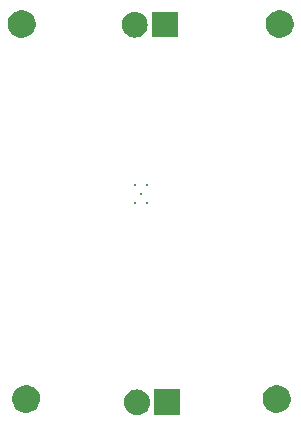
<source format=gbs>
G04 #@! TF.FileFunction,Soldermask,Bot*
%FSLAX46Y46*%
G04 Gerber Fmt 4.6, Leading zero omitted, Abs format (unit mm)*
G04 Created by KiCad (PCBNEW 4.0.5) date Sunday, February 19, 2017 'PMt' 07:14:27 PM*
%MOMM*%
%LPD*%
G01*
G04 APERTURE LIST*
%ADD10C,0.100000*%
G04 APERTURE END LIST*
D10*
G36*
X162246170Y-135729217D02*
X162246175Y-135729219D01*
X162246217Y-135729223D01*
X162449845Y-135792256D01*
X162637350Y-135893640D01*
X162801593Y-136029514D01*
X162936317Y-136194701D01*
X163036389Y-136382910D01*
X163097999Y-136586972D01*
X163118800Y-136799115D01*
X163118800Y-136809685D01*
X163118694Y-136824934D01*
X163094933Y-137036766D01*
X163030480Y-137239948D01*
X162927789Y-137426742D01*
X162790772Y-137590032D01*
X162624649Y-137723599D01*
X162435745Y-137822355D01*
X162231258Y-137882539D01*
X162231217Y-137882543D01*
X162231213Y-137882544D01*
X162018977Y-137901859D01*
X161807030Y-137879583D01*
X161807025Y-137879581D01*
X161806983Y-137879577D01*
X161603355Y-137816544D01*
X161415850Y-137715160D01*
X161251607Y-137579286D01*
X161116883Y-137414099D01*
X161016811Y-137225890D01*
X160955201Y-137021828D01*
X160934400Y-136809685D01*
X160934400Y-136799115D01*
X160934506Y-136783866D01*
X160958267Y-136572034D01*
X161022720Y-136368852D01*
X161125411Y-136182058D01*
X161262428Y-136018768D01*
X161428551Y-135885201D01*
X161617455Y-135786445D01*
X161821942Y-135726261D01*
X161821983Y-135726257D01*
X161821987Y-135726256D01*
X162034223Y-135706941D01*
X162246170Y-135729217D01*
X162246170Y-135729217D01*
G37*
G36*
X165658800Y-137896600D02*
X163474400Y-137896600D01*
X163474400Y-135712200D01*
X165658800Y-135712200D01*
X165658800Y-137896600D01*
X165658800Y-137896600D01*
G37*
G36*
X152777545Y-135349581D02*
X153003491Y-135395962D01*
X153216140Y-135485351D01*
X153407369Y-135614337D01*
X153569903Y-135778009D01*
X153697549Y-135970133D01*
X153785449Y-136183393D01*
X153830183Y-136409318D01*
X153830183Y-136409329D01*
X153830250Y-136409668D01*
X153826571Y-136673130D01*
X153826495Y-136673464D01*
X153826495Y-136673477D01*
X153775469Y-136898066D01*
X153681651Y-137108785D01*
X153548687Y-137297273D01*
X153381646Y-137456345D01*
X153186890Y-137579941D01*
X152971832Y-137663356D01*
X152744676Y-137703410D01*
X152514059Y-137698579D01*
X152288774Y-137649047D01*
X152077400Y-137556700D01*
X151887993Y-137425059D01*
X151727759Y-137259132D01*
X151602806Y-137065242D01*
X151517890Y-136850769D01*
X151476252Y-136623901D01*
X151479472Y-136393257D01*
X151527431Y-136167630D01*
X151618298Y-135955619D01*
X151748617Y-135765293D01*
X151913420Y-135603906D01*
X152106434Y-135477602D01*
X152320304Y-135391192D01*
X152546880Y-135347971D01*
X152777545Y-135349581D01*
X152777545Y-135349581D01*
G37*
G36*
X173986545Y-135349581D02*
X174212491Y-135395962D01*
X174425140Y-135485351D01*
X174616369Y-135614337D01*
X174778903Y-135778009D01*
X174906549Y-135970133D01*
X174994449Y-136183393D01*
X175039183Y-136409318D01*
X175039183Y-136409329D01*
X175039250Y-136409668D01*
X175035571Y-136673130D01*
X175035495Y-136673464D01*
X175035495Y-136673477D01*
X174984469Y-136898066D01*
X174890651Y-137108785D01*
X174757687Y-137297273D01*
X174590646Y-137456345D01*
X174395890Y-137579941D01*
X174180832Y-137663356D01*
X173953676Y-137703410D01*
X173723059Y-137698579D01*
X173497774Y-137649047D01*
X173286400Y-137556700D01*
X173096993Y-137425059D01*
X172936759Y-137259132D01*
X172811806Y-137065242D01*
X172726890Y-136850769D01*
X172685252Y-136623901D01*
X172688472Y-136393257D01*
X172736431Y-136167630D01*
X172827298Y-135955619D01*
X172957617Y-135765293D01*
X173122420Y-135603906D01*
X173315434Y-135477602D01*
X173529304Y-135391192D01*
X173755880Y-135347971D01*
X173986545Y-135349581D01*
X173986545Y-135349581D01*
G37*
G36*
X161896202Y-119807064D02*
X161915406Y-119811007D01*
X161933490Y-119818608D01*
X161949747Y-119829574D01*
X161963567Y-119843491D01*
X161974419Y-119859824D01*
X161981892Y-119877956D01*
X161985632Y-119896844D01*
X161985632Y-119896855D01*
X161985699Y-119897194D01*
X161985387Y-119919594D01*
X161985310Y-119919932D01*
X161985310Y-119919941D01*
X161981043Y-119938719D01*
X161973067Y-119956636D01*
X161961764Y-119972658D01*
X161947558Y-119986186D01*
X161931001Y-119996693D01*
X161912718Y-120003785D01*
X161893406Y-120007190D01*
X161873795Y-120006779D01*
X161854643Y-120002569D01*
X161836674Y-119994718D01*
X161820569Y-119983525D01*
X161806942Y-119969414D01*
X161796323Y-119952935D01*
X161789100Y-119934693D01*
X161785561Y-119915410D01*
X161785834Y-119895801D01*
X161789913Y-119876614D01*
X161797638Y-119858591D01*
X161808718Y-119842408D01*
X161822728Y-119828689D01*
X161839140Y-119817950D01*
X161857328Y-119810601D01*
X161876584Y-119806928D01*
X161896202Y-119807064D01*
X161896202Y-119807064D01*
G37*
G36*
X162896202Y-119807064D02*
X162915406Y-119811007D01*
X162933490Y-119818608D01*
X162949747Y-119829574D01*
X162963567Y-119843491D01*
X162974419Y-119859824D01*
X162981892Y-119877956D01*
X162985632Y-119896844D01*
X162985632Y-119896855D01*
X162985699Y-119897194D01*
X162985387Y-119919594D01*
X162985310Y-119919932D01*
X162985310Y-119919941D01*
X162981043Y-119938719D01*
X162973067Y-119956636D01*
X162961764Y-119972658D01*
X162947558Y-119986186D01*
X162931001Y-119996693D01*
X162912718Y-120003785D01*
X162893406Y-120007190D01*
X162873795Y-120006779D01*
X162854643Y-120002569D01*
X162836674Y-119994718D01*
X162820569Y-119983525D01*
X162806942Y-119969414D01*
X162796323Y-119952935D01*
X162789100Y-119934693D01*
X162785561Y-119915410D01*
X162785834Y-119895801D01*
X162789913Y-119876614D01*
X162797638Y-119858591D01*
X162808718Y-119842408D01*
X162822728Y-119828689D01*
X162839140Y-119817950D01*
X162857328Y-119810601D01*
X162876584Y-119806928D01*
X162896202Y-119807064D01*
X162896202Y-119807064D01*
G37*
G36*
X162396202Y-119057064D02*
X162415406Y-119061007D01*
X162433490Y-119068608D01*
X162449747Y-119079574D01*
X162463567Y-119093491D01*
X162474419Y-119109824D01*
X162481892Y-119127956D01*
X162485632Y-119146844D01*
X162485632Y-119146855D01*
X162485699Y-119147194D01*
X162485387Y-119169594D01*
X162485310Y-119169932D01*
X162485310Y-119169941D01*
X162481043Y-119188719D01*
X162473067Y-119206636D01*
X162461764Y-119222658D01*
X162447558Y-119236186D01*
X162431001Y-119246693D01*
X162412718Y-119253785D01*
X162393406Y-119257190D01*
X162373795Y-119256779D01*
X162354643Y-119252569D01*
X162336674Y-119244718D01*
X162320569Y-119233525D01*
X162306942Y-119219414D01*
X162296323Y-119202935D01*
X162289100Y-119184693D01*
X162285561Y-119165410D01*
X162285834Y-119145801D01*
X162289913Y-119126614D01*
X162297638Y-119108591D01*
X162308718Y-119092408D01*
X162322728Y-119078689D01*
X162339140Y-119067950D01*
X162357328Y-119060601D01*
X162376584Y-119056928D01*
X162396202Y-119057064D01*
X162396202Y-119057064D01*
G37*
G36*
X161896202Y-118307064D02*
X161915406Y-118311007D01*
X161933490Y-118318608D01*
X161949747Y-118329574D01*
X161963567Y-118343491D01*
X161974419Y-118359824D01*
X161981892Y-118377956D01*
X161985632Y-118396844D01*
X161985632Y-118396855D01*
X161985699Y-118397194D01*
X161985387Y-118419594D01*
X161985310Y-118419932D01*
X161985310Y-118419941D01*
X161981043Y-118438719D01*
X161973067Y-118456636D01*
X161961764Y-118472658D01*
X161947558Y-118486186D01*
X161931001Y-118496693D01*
X161912718Y-118503785D01*
X161893406Y-118507190D01*
X161873795Y-118506779D01*
X161854643Y-118502569D01*
X161836674Y-118494718D01*
X161820569Y-118483525D01*
X161806942Y-118469414D01*
X161796323Y-118452935D01*
X161789100Y-118434693D01*
X161785561Y-118415410D01*
X161785834Y-118395801D01*
X161789913Y-118376614D01*
X161797638Y-118358591D01*
X161808718Y-118342408D01*
X161822728Y-118328689D01*
X161839140Y-118317950D01*
X161857328Y-118310601D01*
X161876584Y-118306928D01*
X161896202Y-118307064D01*
X161896202Y-118307064D01*
G37*
G36*
X162896202Y-118307064D02*
X162915406Y-118311007D01*
X162933490Y-118318608D01*
X162949747Y-118329574D01*
X162963567Y-118343491D01*
X162974419Y-118359824D01*
X162981892Y-118377956D01*
X162985632Y-118396844D01*
X162985632Y-118396855D01*
X162985699Y-118397194D01*
X162985387Y-118419594D01*
X162985310Y-118419932D01*
X162985310Y-118419941D01*
X162981043Y-118438719D01*
X162973067Y-118456636D01*
X162961764Y-118472658D01*
X162947558Y-118486186D01*
X162931001Y-118496693D01*
X162912718Y-118503785D01*
X162893406Y-118507190D01*
X162873795Y-118506779D01*
X162854643Y-118502569D01*
X162836674Y-118494718D01*
X162820569Y-118483525D01*
X162806942Y-118469414D01*
X162796323Y-118452935D01*
X162789100Y-118434693D01*
X162785561Y-118415410D01*
X162785834Y-118395801D01*
X162789913Y-118376614D01*
X162797638Y-118358591D01*
X162808718Y-118342408D01*
X162822728Y-118328689D01*
X162839140Y-118317950D01*
X162857328Y-118310601D01*
X162876584Y-118306928D01*
X162896202Y-118307064D01*
X162896202Y-118307064D01*
G37*
G36*
X174240545Y-103599581D02*
X174466491Y-103645962D01*
X174679140Y-103735351D01*
X174870369Y-103864337D01*
X175032903Y-104028009D01*
X175160549Y-104220133D01*
X175248449Y-104433393D01*
X175293183Y-104659318D01*
X175293183Y-104659329D01*
X175293250Y-104659668D01*
X175289571Y-104923130D01*
X175289495Y-104923464D01*
X175289495Y-104923477D01*
X175238469Y-105148066D01*
X175144651Y-105358785D01*
X175011687Y-105547273D01*
X174844646Y-105706345D01*
X174649890Y-105829941D01*
X174434832Y-105913356D01*
X174207676Y-105953410D01*
X173977059Y-105948579D01*
X173751774Y-105899047D01*
X173540400Y-105806700D01*
X173350993Y-105675059D01*
X173190759Y-105509132D01*
X173065806Y-105315242D01*
X172980890Y-105100769D01*
X172939252Y-104873901D01*
X172942472Y-104643257D01*
X172990431Y-104417630D01*
X173081298Y-104205619D01*
X173211617Y-104015293D01*
X173376420Y-103853906D01*
X173569434Y-103727602D01*
X173783304Y-103641192D01*
X174009880Y-103597971D01*
X174240545Y-103599581D01*
X174240545Y-103599581D01*
G37*
G36*
X152396545Y-103599581D02*
X152622491Y-103645962D01*
X152835140Y-103735351D01*
X153026369Y-103864337D01*
X153188903Y-104028009D01*
X153316549Y-104220133D01*
X153404449Y-104433393D01*
X153449183Y-104659318D01*
X153449183Y-104659329D01*
X153449250Y-104659668D01*
X153445571Y-104923130D01*
X153445495Y-104923464D01*
X153445495Y-104923477D01*
X153394469Y-105148066D01*
X153300651Y-105358785D01*
X153167687Y-105547273D01*
X153000646Y-105706345D01*
X152805890Y-105829941D01*
X152590832Y-105913356D01*
X152363676Y-105953410D01*
X152133059Y-105948579D01*
X151907774Y-105899047D01*
X151696400Y-105806700D01*
X151506993Y-105675059D01*
X151346759Y-105509132D01*
X151221806Y-105315242D01*
X151136890Y-105100769D01*
X151095252Y-104873901D01*
X151098472Y-104643257D01*
X151146431Y-104417630D01*
X151237298Y-104205619D01*
X151367617Y-104015293D01*
X151532420Y-103853906D01*
X151725434Y-103727602D01*
X151939304Y-103641192D01*
X152165880Y-103597971D01*
X152396545Y-103599581D01*
X152396545Y-103599581D01*
G37*
G36*
X162068370Y-103750617D02*
X162068375Y-103750619D01*
X162068417Y-103750623D01*
X162272045Y-103813656D01*
X162459550Y-103915040D01*
X162623793Y-104050914D01*
X162758517Y-104216101D01*
X162858589Y-104404310D01*
X162920199Y-104608372D01*
X162941000Y-104820515D01*
X162941000Y-104831085D01*
X162940894Y-104846334D01*
X162917133Y-105058166D01*
X162852680Y-105261348D01*
X162749989Y-105448142D01*
X162612972Y-105611432D01*
X162446849Y-105744999D01*
X162257945Y-105843755D01*
X162053458Y-105903939D01*
X162053417Y-105903943D01*
X162053413Y-105903944D01*
X161841177Y-105923259D01*
X161629230Y-105900983D01*
X161629225Y-105900981D01*
X161629183Y-105900977D01*
X161425555Y-105837944D01*
X161238050Y-105736560D01*
X161073807Y-105600686D01*
X160939083Y-105435499D01*
X160839011Y-105247290D01*
X160777401Y-105043228D01*
X160756600Y-104831085D01*
X160756600Y-104820515D01*
X160756706Y-104805266D01*
X160780467Y-104593434D01*
X160844920Y-104390252D01*
X160947611Y-104203458D01*
X161084628Y-104040168D01*
X161250751Y-103906601D01*
X161439655Y-103807845D01*
X161644142Y-103747661D01*
X161644183Y-103747657D01*
X161644187Y-103747656D01*
X161856423Y-103728341D01*
X162068370Y-103750617D01*
X162068370Y-103750617D01*
G37*
G36*
X165481000Y-105918000D02*
X163296600Y-105918000D01*
X163296600Y-103733600D01*
X165481000Y-103733600D01*
X165481000Y-105918000D01*
X165481000Y-105918000D01*
G37*
M02*

</source>
